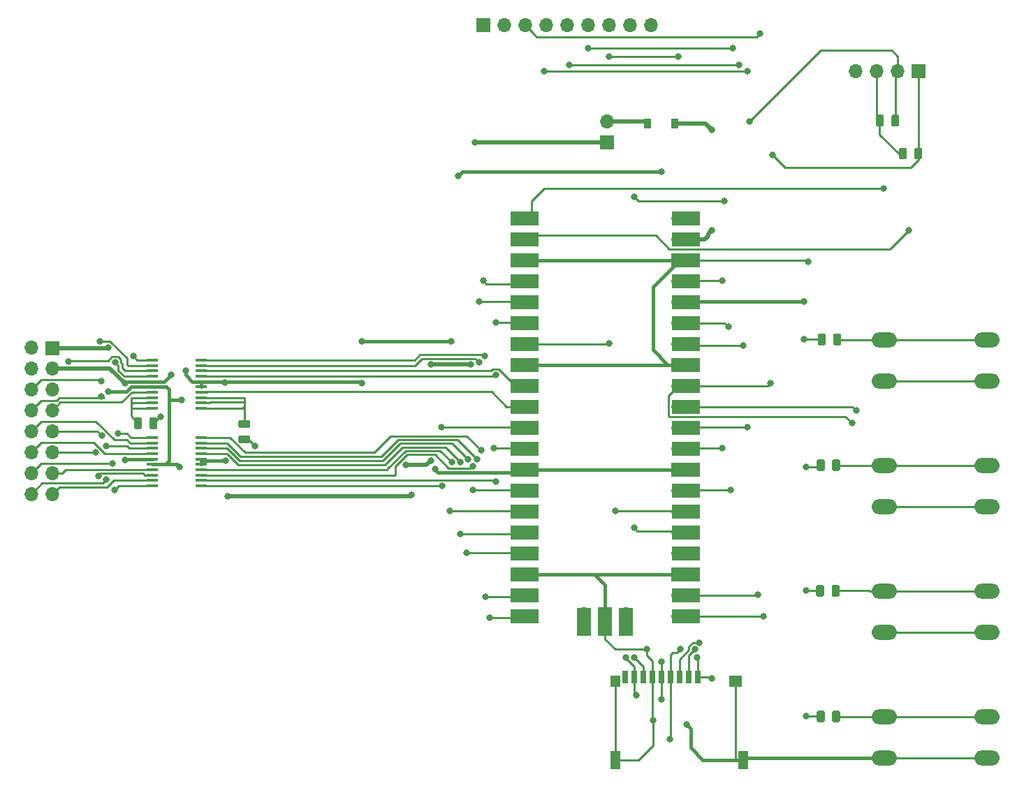
<source format=gbr>
G04 #@! TF.GenerationSoftware,KiCad,Pcbnew,5.1.5+dfsg1-2build2*
G04 #@! TF.CreationDate,2021-06-11T08:21:22+01:00*
G04 #@! TF.ProjectId,pak_breakout,70616b5f-6272-4656-916b-6f75742e6b69,rev?*
G04 #@! TF.SameCoordinates,Original*
G04 #@! TF.FileFunction,Copper,L1,Top*
G04 #@! TF.FilePolarity,Positive*
%FSLAX46Y46*%
G04 Gerber Fmt 4.6, Leading zero omitted, Abs format (unit mm)*
G04 Created by KiCad (PCBNEW 5.1.5+dfsg1-2build2) date 2021-06-11 08:21:22*
%MOMM*%
%LPD*%
G04 APERTURE LIST*
%ADD10O,1.700000X1.700000*%
%ADD11R,1.700000X1.700000*%
%ADD12R,1.450000X0.450000*%
%ADD13C,0.100000*%
%ADD14O,3.048000X1.850000*%
%ADD15R,0.900000X1.200000*%
%ADD16R,1.700000X3.500000*%
%ADD17R,3.500000X1.700000*%
%ADD18R,1.200000X2.200000*%
%ADD19R,1.600000X1.400000*%
%ADD20R,1.200000X1.400000*%
%ADD21R,0.700000X1.600000*%
%ADD22C,0.800000*%
%ADD23C,0.500000*%
%ADD24C,0.250000*%
%ADD25C,0.400000*%
G04 APERTURE END LIST*
D10*
X398526000Y-188468000D03*
X395986000Y-188468000D03*
X393446000Y-188468000D03*
X390906000Y-188468000D03*
X388366000Y-188468000D03*
X385826000Y-188468000D03*
X383286000Y-188468000D03*
X380746000Y-188468000D03*
D11*
X378206000Y-188468000D03*
D12*
X338150000Y-244325000D03*
X338150000Y-243675000D03*
X338150000Y-243025000D03*
X338150000Y-242375000D03*
X338150000Y-241725000D03*
X338150000Y-241075000D03*
X338150000Y-240425000D03*
X338150000Y-239775000D03*
X338150000Y-239125000D03*
X338150000Y-238475000D03*
X344050000Y-238475000D03*
X344050000Y-239125000D03*
X344050000Y-239775000D03*
X344050000Y-240425000D03*
X344050000Y-241075000D03*
X344050000Y-241725000D03*
X344050000Y-242375000D03*
X344050000Y-243025000D03*
X344050000Y-243675000D03*
X344050000Y-244325000D03*
X338150000Y-234925000D03*
X338150000Y-234275000D03*
X338150000Y-233625000D03*
X338150000Y-232975000D03*
X338150000Y-232325000D03*
X338150000Y-231675000D03*
X338150000Y-231025000D03*
X338150000Y-230375000D03*
X338150000Y-229725000D03*
X338150000Y-229075000D03*
X344050000Y-229075000D03*
X344050000Y-229725000D03*
X344050000Y-230375000D03*
X344050000Y-231025000D03*
X344050000Y-231675000D03*
X344050000Y-232325000D03*
X344050000Y-232975000D03*
X344050000Y-233625000D03*
X344050000Y-234275000D03*
X344050000Y-234925000D03*
G04 #@! TA.AperFunction,SMDPad,CuDef*
D13*
G36*
X349730142Y-238195174D02*
G01*
X349753803Y-238198684D01*
X349777007Y-238204496D01*
X349799529Y-238212554D01*
X349821153Y-238222782D01*
X349841670Y-238235079D01*
X349860883Y-238249329D01*
X349878607Y-238265393D01*
X349894671Y-238283117D01*
X349908921Y-238302330D01*
X349921218Y-238322847D01*
X349931446Y-238344471D01*
X349939504Y-238366993D01*
X349945316Y-238390197D01*
X349948826Y-238413858D01*
X349950000Y-238437750D01*
X349950000Y-238925250D01*
X349948826Y-238949142D01*
X349945316Y-238972803D01*
X349939504Y-238996007D01*
X349931446Y-239018529D01*
X349921218Y-239040153D01*
X349908921Y-239060670D01*
X349894671Y-239079883D01*
X349878607Y-239097607D01*
X349860883Y-239113671D01*
X349841670Y-239127921D01*
X349821153Y-239140218D01*
X349799529Y-239150446D01*
X349777007Y-239158504D01*
X349753803Y-239164316D01*
X349730142Y-239167826D01*
X349706250Y-239169000D01*
X348793750Y-239169000D01*
X348769858Y-239167826D01*
X348746197Y-239164316D01*
X348722993Y-239158504D01*
X348700471Y-239150446D01*
X348678847Y-239140218D01*
X348658330Y-239127921D01*
X348639117Y-239113671D01*
X348621393Y-239097607D01*
X348605329Y-239079883D01*
X348591079Y-239060670D01*
X348578782Y-239040153D01*
X348568554Y-239018529D01*
X348560496Y-238996007D01*
X348554684Y-238972803D01*
X348551174Y-238949142D01*
X348550000Y-238925250D01*
X348550000Y-238437750D01*
X348551174Y-238413858D01*
X348554684Y-238390197D01*
X348560496Y-238366993D01*
X348568554Y-238344471D01*
X348578782Y-238322847D01*
X348591079Y-238302330D01*
X348605329Y-238283117D01*
X348621393Y-238265393D01*
X348639117Y-238249329D01*
X348658330Y-238235079D01*
X348678847Y-238222782D01*
X348700471Y-238212554D01*
X348722993Y-238204496D01*
X348746197Y-238198684D01*
X348769858Y-238195174D01*
X348793750Y-238194000D01*
X349706250Y-238194000D01*
X349730142Y-238195174D01*
G37*
G04 #@! TD.AperFunction*
G04 #@! TA.AperFunction,SMDPad,CuDef*
G36*
X349730142Y-236320174D02*
G01*
X349753803Y-236323684D01*
X349777007Y-236329496D01*
X349799529Y-236337554D01*
X349821153Y-236347782D01*
X349841670Y-236360079D01*
X349860883Y-236374329D01*
X349878607Y-236390393D01*
X349894671Y-236408117D01*
X349908921Y-236427330D01*
X349921218Y-236447847D01*
X349931446Y-236469471D01*
X349939504Y-236491993D01*
X349945316Y-236515197D01*
X349948826Y-236538858D01*
X349950000Y-236562750D01*
X349950000Y-237050250D01*
X349948826Y-237074142D01*
X349945316Y-237097803D01*
X349939504Y-237121007D01*
X349931446Y-237143529D01*
X349921218Y-237165153D01*
X349908921Y-237185670D01*
X349894671Y-237204883D01*
X349878607Y-237222607D01*
X349860883Y-237238671D01*
X349841670Y-237252921D01*
X349821153Y-237265218D01*
X349799529Y-237275446D01*
X349777007Y-237283504D01*
X349753803Y-237289316D01*
X349730142Y-237292826D01*
X349706250Y-237294000D01*
X348793750Y-237294000D01*
X348769858Y-237292826D01*
X348746197Y-237289316D01*
X348722993Y-237283504D01*
X348700471Y-237275446D01*
X348678847Y-237265218D01*
X348658330Y-237252921D01*
X348639117Y-237238671D01*
X348621393Y-237222607D01*
X348605329Y-237204883D01*
X348591079Y-237185670D01*
X348578782Y-237165153D01*
X348568554Y-237143529D01*
X348560496Y-237121007D01*
X348554684Y-237097803D01*
X348551174Y-237074142D01*
X348550000Y-237050250D01*
X348550000Y-236562750D01*
X348551174Y-236538858D01*
X348554684Y-236515197D01*
X348560496Y-236491993D01*
X348568554Y-236469471D01*
X348578782Y-236447847D01*
X348591079Y-236427330D01*
X348605329Y-236408117D01*
X348621393Y-236390393D01*
X348639117Y-236374329D01*
X348658330Y-236360079D01*
X348678847Y-236347782D01*
X348700471Y-236337554D01*
X348722993Y-236329496D01*
X348746197Y-236323684D01*
X348769858Y-236320174D01*
X348793750Y-236319000D01*
X349706250Y-236319000D01*
X349730142Y-236320174D01*
G37*
G04 #@! TD.AperFunction*
G04 #@! TA.AperFunction,SMDPad,CuDef*
G36*
X338517142Y-236029174D02*
G01*
X338540803Y-236032684D01*
X338564007Y-236038496D01*
X338586529Y-236046554D01*
X338608153Y-236056782D01*
X338628670Y-236069079D01*
X338647883Y-236083329D01*
X338665607Y-236099393D01*
X338681671Y-236117117D01*
X338695921Y-236136330D01*
X338708218Y-236156847D01*
X338718446Y-236178471D01*
X338726504Y-236200993D01*
X338732316Y-236224197D01*
X338735826Y-236247858D01*
X338737000Y-236271750D01*
X338737000Y-237184250D01*
X338735826Y-237208142D01*
X338732316Y-237231803D01*
X338726504Y-237255007D01*
X338718446Y-237277529D01*
X338708218Y-237299153D01*
X338695921Y-237319670D01*
X338681671Y-237338883D01*
X338665607Y-237356607D01*
X338647883Y-237372671D01*
X338628670Y-237386921D01*
X338608153Y-237399218D01*
X338586529Y-237409446D01*
X338564007Y-237417504D01*
X338540803Y-237423316D01*
X338517142Y-237426826D01*
X338493250Y-237428000D01*
X338005750Y-237428000D01*
X337981858Y-237426826D01*
X337958197Y-237423316D01*
X337934993Y-237417504D01*
X337912471Y-237409446D01*
X337890847Y-237399218D01*
X337870330Y-237386921D01*
X337851117Y-237372671D01*
X337833393Y-237356607D01*
X337817329Y-237338883D01*
X337803079Y-237319670D01*
X337790782Y-237299153D01*
X337780554Y-237277529D01*
X337772496Y-237255007D01*
X337766684Y-237231803D01*
X337763174Y-237208142D01*
X337762000Y-237184250D01*
X337762000Y-236271750D01*
X337763174Y-236247858D01*
X337766684Y-236224197D01*
X337772496Y-236200993D01*
X337780554Y-236178471D01*
X337790782Y-236156847D01*
X337803079Y-236136330D01*
X337817329Y-236117117D01*
X337833393Y-236099393D01*
X337851117Y-236083329D01*
X337870330Y-236069079D01*
X337890847Y-236056782D01*
X337912471Y-236046554D01*
X337934993Y-236038496D01*
X337958197Y-236032684D01*
X337981858Y-236029174D01*
X338005750Y-236028000D01*
X338493250Y-236028000D01*
X338517142Y-236029174D01*
G37*
G04 #@! TD.AperFunction*
G04 #@! TA.AperFunction,SMDPad,CuDef*
G36*
X336642142Y-236029174D02*
G01*
X336665803Y-236032684D01*
X336689007Y-236038496D01*
X336711529Y-236046554D01*
X336733153Y-236056782D01*
X336753670Y-236069079D01*
X336772883Y-236083329D01*
X336790607Y-236099393D01*
X336806671Y-236117117D01*
X336820921Y-236136330D01*
X336833218Y-236156847D01*
X336843446Y-236178471D01*
X336851504Y-236200993D01*
X336857316Y-236224197D01*
X336860826Y-236247858D01*
X336862000Y-236271750D01*
X336862000Y-237184250D01*
X336860826Y-237208142D01*
X336857316Y-237231803D01*
X336851504Y-237255007D01*
X336843446Y-237277529D01*
X336833218Y-237299153D01*
X336820921Y-237319670D01*
X336806671Y-237338883D01*
X336790607Y-237356607D01*
X336772883Y-237372671D01*
X336753670Y-237386921D01*
X336733153Y-237399218D01*
X336711529Y-237409446D01*
X336689007Y-237417504D01*
X336665803Y-237423316D01*
X336642142Y-237426826D01*
X336618250Y-237428000D01*
X336130750Y-237428000D01*
X336106858Y-237426826D01*
X336083197Y-237423316D01*
X336059993Y-237417504D01*
X336037471Y-237409446D01*
X336015847Y-237399218D01*
X335995330Y-237386921D01*
X335976117Y-237372671D01*
X335958393Y-237356607D01*
X335942329Y-237338883D01*
X335928079Y-237319670D01*
X335915782Y-237299153D01*
X335905554Y-237277529D01*
X335897496Y-237255007D01*
X335891684Y-237231803D01*
X335888174Y-237208142D01*
X335887000Y-237184250D01*
X335887000Y-236271750D01*
X335888174Y-236247858D01*
X335891684Y-236224197D01*
X335897496Y-236200993D01*
X335905554Y-236178471D01*
X335915782Y-236156847D01*
X335928079Y-236136330D01*
X335942329Y-236117117D01*
X335958393Y-236099393D01*
X335976117Y-236083329D01*
X335995330Y-236069079D01*
X336015847Y-236056782D01*
X336037471Y-236046554D01*
X336059993Y-236038496D01*
X336083197Y-236032684D01*
X336106858Y-236029174D01*
X336130750Y-236028000D01*
X336618250Y-236028000D01*
X336642142Y-236029174D01*
G37*
G04 #@! TD.AperFunction*
D14*
X426800000Y-246870000D03*
X426800000Y-241870000D03*
X439300000Y-246870000D03*
X439300000Y-241870000D03*
D10*
X393192000Y-200152000D03*
D11*
X393192000Y-202692000D03*
D15*
X398146000Y-200406000D03*
X401446000Y-200406000D03*
D10*
X323460000Y-245300000D03*
X326000000Y-245300000D03*
X323460000Y-242760000D03*
X326000000Y-242760000D03*
X323460000Y-240220000D03*
X326000000Y-240220000D03*
X323460000Y-237680000D03*
X326000000Y-237680000D03*
X323460000Y-235140000D03*
X326000000Y-235140000D03*
X323460000Y-232600000D03*
X326000000Y-232600000D03*
X323460000Y-230060000D03*
X326000000Y-230060000D03*
X323460000Y-227520000D03*
D11*
X326000000Y-227600000D03*
D10*
X395540000Y-259900000D03*
D16*
X395540000Y-260800000D03*
D11*
X393000000Y-259900000D03*
D16*
X393000000Y-260800000D03*
D10*
X390460000Y-259900000D03*
D16*
X390460000Y-260800000D03*
D17*
X402790000Y-260130000D03*
X402790000Y-257590000D03*
X402790000Y-255050000D03*
X402790000Y-252510000D03*
X402790000Y-249970000D03*
X402790000Y-247430000D03*
X402790000Y-244890000D03*
X402790000Y-242350000D03*
X402790000Y-239810000D03*
X402790000Y-237270000D03*
X402790000Y-234730000D03*
X402790000Y-232190000D03*
X402790000Y-229650000D03*
X402790000Y-227110000D03*
X402790000Y-224570000D03*
X402790000Y-222030000D03*
X402790000Y-219490000D03*
X402790000Y-216950000D03*
X402790000Y-214410000D03*
X402790000Y-211870000D03*
X383210000Y-260130000D03*
X383210000Y-257590000D03*
X383210000Y-255050000D03*
X383210000Y-252510000D03*
X383210000Y-249970000D03*
X383210000Y-247430000D03*
X383210000Y-244890000D03*
X383210000Y-242350000D03*
X383210000Y-239810000D03*
X383210000Y-237270000D03*
X383210000Y-234730000D03*
X383210000Y-232190000D03*
X383210000Y-229650000D03*
X383210000Y-227110000D03*
X383210000Y-224570000D03*
X383210000Y-222030000D03*
X383210000Y-219490000D03*
X383210000Y-216950000D03*
X383210000Y-214410000D03*
X383210000Y-211870000D03*
D10*
X401890000Y-211870000D03*
X401890000Y-214410000D03*
D11*
X401890000Y-216950000D03*
D10*
X401890000Y-219490000D03*
X401890000Y-222030000D03*
X401890000Y-224570000D03*
X401890000Y-227110000D03*
D11*
X401890000Y-229650000D03*
D10*
X401890000Y-232190000D03*
X401890000Y-234730000D03*
X401890000Y-237270000D03*
X401890000Y-239810000D03*
D11*
X401890000Y-242350000D03*
D10*
X401890000Y-244890000D03*
X401890000Y-247430000D03*
X401890000Y-249970000D03*
X401890000Y-252510000D03*
D11*
X401890000Y-255050000D03*
D10*
X401890000Y-257590000D03*
X401890000Y-260130000D03*
X384110000Y-260130000D03*
X384110000Y-257590000D03*
D11*
X384110000Y-255050000D03*
D10*
X384110000Y-252510000D03*
X384110000Y-249970000D03*
X384110000Y-247430000D03*
X384110000Y-244890000D03*
D11*
X384110000Y-242350000D03*
D10*
X384110000Y-239810000D03*
X384110000Y-237270000D03*
X384110000Y-234730000D03*
X384110000Y-232190000D03*
D11*
X384110000Y-229650000D03*
D10*
X384110000Y-227110000D03*
X384110000Y-224570000D03*
X384110000Y-222030000D03*
X384110000Y-219490000D03*
D11*
X384110000Y-216950000D03*
D10*
X384110000Y-214410000D03*
X384110000Y-211870000D03*
D18*
X409750000Y-277600000D03*
X394250000Y-277600000D03*
D19*
X408850000Y-268000000D03*
D20*
X394250000Y-268000000D03*
D21*
X395400000Y-267500000D03*
X397600000Y-267500000D03*
X396500000Y-267500000D03*
X398700000Y-267500000D03*
X399800000Y-267500000D03*
X400900000Y-267500000D03*
X404200000Y-267500000D03*
X403100000Y-267500000D03*
X402000000Y-267500000D03*
D14*
X426800000Y-277350000D03*
X426800000Y-272350000D03*
X439300000Y-277350000D03*
X439300000Y-272350000D03*
X426800000Y-262110000D03*
X426800000Y-257110000D03*
X439300000Y-262110000D03*
X439300000Y-257110000D03*
X426800000Y-231630000D03*
X426800000Y-226630000D03*
X439300000Y-231630000D03*
X439300000Y-226630000D03*
G04 #@! TA.AperFunction,SMDPad,CuDef*
D13*
G36*
X428433142Y-199301174D02*
G01*
X428456803Y-199304684D01*
X428480007Y-199310496D01*
X428502529Y-199318554D01*
X428524153Y-199328782D01*
X428544670Y-199341079D01*
X428563883Y-199355329D01*
X428581607Y-199371393D01*
X428597671Y-199389117D01*
X428611921Y-199408330D01*
X428624218Y-199428847D01*
X428634446Y-199450471D01*
X428642504Y-199472993D01*
X428648316Y-199496197D01*
X428651826Y-199519858D01*
X428653000Y-199543750D01*
X428653000Y-200456250D01*
X428651826Y-200480142D01*
X428648316Y-200503803D01*
X428642504Y-200527007D01*
X428634446Y-200549529D01*
X428624218Y-200571153D01*
X428611921Y-200591670D01*
X428597671Y-200610883D01*
X428581607Y-200628607D01*
X428563883Y-200644671D01*
X428544670Y-200658921D01*
X428524153Y-200671218D01*
X428502529Y-200681446D01*
X428480007Y-200689504D01*
X428456803Y-200695316D01*
X428433142Y-200698826D01*
X428409250Y-200700000D01*
X427921750Y-200700000D01*
X427897858Y-200698826D01*
X427874197Y-200695316D01*
X427850993Y-200689504D01*
X427828471Y-200681446D01*
X427806847Y-200671218D01*
X427786330Y-200658921D01*
X427767117Y-200644671D01*
X427749393Y-200628607D01*
X427733329Y-200610883D01*
X427719079Y-200591670D01*
X427706782Y-200571153D01*
X427696554Y-200549529D01*
X427688496Y-200527007D01*
X427682684Y-200503803D01*
X427679174Y-200480142D01*
X427678000Y-200456250D01*
X427678000Y-199543750D01*
X427679174Y-199519858D01*
X427682684Y-199496197D01*
X427688496Y-199472993D01*
X427696554Y-199450471D01*
X427706782Y-199428847D01*
X427719079Y-199408330D01*
X427733329Y-199389117D01*
X427749393Y-199371393D01*
X427767117Y-199355329D01*
X427786330Y-199341079D01*
X427806847Y-199328782D01*
X427828471Y-199318554D01*
X427850993Y-199310496D01*
X427874197Y-199304684D01*
X427897858Y-199301174D01*
X427921750Y-199300000D01*
X428409250Y-199300000D01*
X428433142Y-199301174D01*
G37*
G04 #@! TD.AperFunction*
G04 #@! TA.AperFunction,SMDPad,CuDef*
G36*
X426558142Y-199301174D02*
G01*
X426581803Y-199304684D01*
X426605007Y-199310496D01*
X426627529Y-199318554D01*
X426649153Y-199328782D01*
X426669670Y-199341079D01*
X426688883Y-199355329D01*
X426706607Y-199371393D01*
X426722671Y-199389117D01*
X426736921Y-199408330D01*
X426749218Y-199428847D01*
X426759446Y-199450471D01*
X426767504Y-199472993D01*
X426773316Y-199496197D01*
X426776826Y-199519858D01*
X426778000Y-199543750D01*
X426778000Y-200456250D01*
X426776826Y-200480142D01*
X426773316Y-200503803D01*
X426767504Y-200527007D01*
X426759446Y-200549529D01*
X426749218Y-200571153D01*
X426736921Y-200591670D01*
X426722671Y-200610883D01*
X426706607Y-200628607D01*
X426688883Y-200644671D01*
X426669670Y-200658921D01*
X426649153Y-200671218D01*
X426627529Y-200681446D01*
X426605007Y-200689504D01*
X426581803Y-200695316D01*
X426558142Y-200698826D01*
X426534250Y-200700000D01*
X426046750Y-200700000D01*
X426022858Y-200698826D01*
X425999197Y-200695316D01*
X425975993Y-200689504D01*
X425953471Y-200681446D01*
X425931847Y-200671218D01*
X425911330Y-200658921D01*
X425892117Y-200644671D01*
X425874393Y-200628607D01*
X425858329Y-200610883D01*
X425844079Y-200591670D01*
X425831782Y-200571153D01*
X425821554Y-200549529D01*
X425813496Y-200527007D01*
X425807684Y-200503803D01*
X425804174Y-200480142D01*
X425803000Y-200456250D01*
X425803000Y-199543750D01*
X425804174Y-199519858D01*
X425807684Y-199496197D01*
X425813496Y-199472993D01*
X425821554Y-199450471D01*
X425831782Y-199428847D01*
X425844079Y-199408330D01*
X425858329Y-199389117D01*
X425874393Y-199371393D01*
X425892117Y-199355329D01*
X425911330Y-199341079D01*
X425931847Y-199328782D01*
X425953471Y-199318554D01*
X425975993Y-199310496D01*
X425999197Y-199304684D01*
X426022858Y-199301174D01*
X426046750Y-199300000D01*
X426534250Y-199300000D01*
X426558142Y-199301174D01*
G37*
G04 #@! TD.AperFunction*
G04 #@! TA.AperFunction,SMDPad,CuDef*
G36*
X431227142Y-203301174D02*
G01*
X431250803Y-203304684D01*
X431274007Y-203310496D01*
X431296529Y-203318554D01*
X431318153Y-203328782D01*
X431338670Y-203341079D01*
X431357883Y-203355329D01*
X431375607Y-203371393D01*
X431391671Y-203389117D01*
X431405921Y-203408330D01*
X431418218Y-203428847D01*
X431428446Y-203450471D01*
X431436504Y-203472993D01*
X431442316Y-203496197D01*
X431445826Y-203519858D01*
X431447000Y-203543750D01*
X431447000Y-204456250D01*
X431445826Y-204480142D01*
X431442316Y-204503803D01*
X431436504Y-204527007D01*
X431428446Y-204549529D01*
X431418218Y-204571153D01*
X431405921Y-204591670D01*
X431391671Y-204610883D01*
X431375607Y-204628607D01*
X431357883Y-204644671D01*
X431338670Y-204658921D01*
X431318153Y-204671218D01*
X431296529Y-204681446D01*
X431274007Y-204689504D01*
X431250803Y-204695316D01*
X431227142Y-204698826D01*
X431203250Y-204700000D01*
X430715750Y-204700000D01*
X430691858Y-204698826D01*
X430668197Y-204695316D01*
X430644993Y-204689504D01*
X430622471Y-204681446D01*
X430600847Y-204671218D01*
X430580330Y-204658921D01*
X430561117Y-204644671D01*
X430543393Y-204628607D01*
X430527329Y-204610883D01*
X430513079Y-204591670D01*
X430500782Y-204571153D01*
X430490554Y-204549529D01*
X430482496Y-204527007D01*
X430476684Y-204503803D01*
X430473174Y-204480142D01*
X430472000Y-204456250D01*
X430472000Y-203543750D01*
X430473174Y-203519858D01*
X430476684Y-203496197D01*
X430482496Y-203472993D01*
X430490554Y-203450471D01*
X430500782Y-203428847D01*
X430513079Y-203408330D01*
X430527329Y-203389117D01*
X430543393Y-203371393D01*
X430561117Y-203355329D01*
X430580330Y-203341079D01*
X430600847Y-203328782D01*
X430622471Y-203318554D01*
X430644993Y-203310496D01*
X430668197Y-203304684D01*
X430691858Y-203301174D01*
X430715750Y-203300000D01*
X431203250Y-203300000D01*
X431227142Y-203301174D01*
G37*
G04 #@! TD.AperFunction*
G04 #@! TA.AperFunction,SMDPad,CuDef*
G36*
X429352142Y-203301174D02*
G01*
X429375803Y-203304684D01*
X429399007Y-203310496D01*
X429421529Y-203318554D01*
X429443153Y-203328782D01*
X429463670Y-203341079D01*
X429482883Y-203355329D01*
X429500607Y-203371393D01*
X429516671Y-203389117D01*
X429530921Y-203408330D01*
X429543218Y-203428847D01*
X429553446Y-203450471D01*
X429561504Y-203472993D01*
X429567316Y-203496197D01*
X429570826Y-203519858D01*
X429572000Y-203543750D01*
X429572000Y-204456250D01*
X429570826Y-204480142D01*
X429567316Y-204503803D01*
X429561504Y-204527007D01*
X429553446Y-204549529D01*
X429543218Y-204571153D01*
X429530921Y-204591670D01*
X429516671Y-204610883D01*
X429500607Y-204628607D01*
X429482883Y-204644671D01*
X429463670Y-204658921D01*
X429443153Y-204671218D01*
X429421529Y-204681446D01*
X429399007Y-204689504D01*
X429375803Y-204695316D01*
X429352142Y-204698826D01*
X429328250Y-204700000D01*
X428840750Y-204700000D01*
X428816858Y-204698826D01*
X428793197Y-204695316D01*
X428769993Y-204689504D01*
X428747471Y-204681446D01*
X428725847Y-204671218D01*
X428705330Y-204658921D01*
X428686117Y-204644671D01*
X428668393Y-204628607D01*
X428652329Y-204610883D01*
X428638079Y-204591670D01*
X428625782Y-204571153D01*
X428615554Y-204549529D01*
X428607496Y-204527007D01*
X428601684Y-204503803D01*
X428598174Y-204480142D01*
X428597000Y-204456250D01*
X428597000Y-203543750D01*
X428598174Y-203519858D01*
X428601684Y-203496197D01*
X428607496Y-203472993D01*
X428615554Y-203450471D01*
X428625782Y-203428847D01*
X428638079Y-203408330D01*
X428652329Y-203389117D01*
X428668393Y-203371393D01*
X428686117Y-203355329D01*
X428705330Y-203341079D01*
X428725847Y-203328782D01*
X428747471Y-203318554D01*
X428769993Y-203310496D01*
X428793197Y-203304684D01*
X428816858Y-203301174D01*
X428840750Y-203300000D01*
X429328250Y-203300000D01*
X429352142Y-203301174D01*
G37*
G04 #@! TD.AperFunction*
G04 #@! TA.AperFunction,SMDPad,CuDef*
G36*
X421267642Y-271589174D02*
G01*
X421291303Y-271592684D01*
X421314507Y-271598496D01*
X421337029Y-271606554D01*
X421358653Y-271616782D01*
X421379170Y-271629079D01*
X421398383Y-271643329D01*
X421416107Y-271659393D01*
X421432171Y-271677117D01*
X421446421Y-271696330D01*
X421458718Y-271716847D01*
X421468946Y-271738471D01*
X421477004Y-271760993D01*
X421482816Y-271784197D01*
X421486326Y-271807858D01*
X421487500Y-271831750D01*
X421487500Y-272744250D01*
X421486326Y-272768142D01*
X421482816Y-272791803D01*
X421477004Y-272815007D01*
X421468946Y-272837529D01*
X421458718Y-272859153D01*
X421446421Y-272879670D01*
X421432171Y-272898883D01*
X421416107Y-272916607D01*
X421398383Y-272932671D01*
X421379170Y-272946921D01*
X421358653Y-272959218D01*
X421337029Y-272969446D01*
X421314507Y-272977504D01*
X421291303Y-272983316D01*
X421267642Y-272986826D01*
X421243750Y-272988000D01*
X420756250Y-272988000D01*
X420732358Y-272986826D01*
X420708697Y-272983316D01*
X420685493Y-272977504D01*
X420662971Y-272969446D01*
X420641347Y-272959218D01*
X420620830Y-272946921D01*
X420601617Y-272932671D01*
X420583893Y-272916607D01*
X420567829Y-272898883D01*
X420553579Y-272879670D01*
X420541282Y-272859153D01*
X420531054Y-272837529D01*
X420522996Y-272815007D01*
X420517184Y-272791803D01*
X420513674Y-272768142D01*
X420512500Y-272744250D01*
X420512500Y-271831750D01*
X420513674Y-271807858D01*
X420517184Y-271784197D01*
X420522996Y-271760993D01*
X420531054Y-271738471D01*
X420541282Y-271716847D01*
X420553579Y-271696330D01*
X420567829Y-271677117D01*
X420583893Y-271659393D01*
X420601617Y-271643329D01*
X420620830Y-271629079D01*
X420641347Y-271616782D01*
X420662971Y-271606554D01*
X420685493Y-271598496D01*
X420708697Y-271592684D01*
X420732358Y-271589174D01*
X420756250Y-271588000D01*
X421243750Y-271588000D01*
X421267642Y-271589174D01*
G37*
G04 #@! TD.AperFunction*
G04 #@! TA.AperFunction,SMDPad,CuDef*
G36*
X419392642Y-271589174D02*
G01*
X419416303Y-271592684D01*
X419439507Y-271598496D01*
X419462029Y-271606554D01*
X419483653Y-271616782D01*
X419504170Y-271629079D01*
X419523383Y-271643329D01*
X419541107Y-271659393D01*
X419557171Y-271677117D01*
X419571421Y-271696330D01*
X419583718Y-271716847D01*
X419593946Y-271738471D01*
X419602004Y-271760993D01*
X419607816Y-271784197D01*
X419611326Y-271807858D01*
X419612500Y-271831750D01*
X419612500Y-272744250D01*
X419611326Y-272768142D01*
X419607816Y-272791803D01*
X419602004Y-272815007D01*
X419593946Y-272837529D01*
X419583718Y-272859153D01*
X419571421Y-272879670D01*
X419557171Y-272898883D01*
X419541107Y-272916607D01*
X419523383Y-272932671D01*
X419504170Y-272946921D01*
X419483653Y-272959218D01*
X419462029Y-272969446D01*
X419439507Y-272977504D01*
X419416303Y-272983316D01*
X419392642Y-272986826D01*
X419368750Y-272988000D01*
X418881250Y-272988000D01*
X418857358Y-272986826D01*
X418833697Y-272983316D01*
X418810493Y-272977504D01*
X418787971Y-272969446D01*
X418766347Y-272959218D01*
X418745830Y-272946921D01*
X418726617Y-272932671D01*
X418708893Y-272916607D01*
X418692829Y-272898883D01*
X418678579Y-272879670D01*
X418666282Y-272859153D01*
X418656054Y-272837529D01*
X418647996Y-272815007D01*
X418642184Y-272791803D01*
X418638674Y-272768142D01*
X418637500Y-272744250D01*
X418637500Y-271831750D01*
X418638674Y-271807858D01*
X418642184Y-271784197D01*
X418647996Y-271760993D01*
X418656054Y-271738471D01*
X418666282Y-271716847D01*
X418678579Y-271696330D01*
X418692829Y-271677117D01*
X418708893Y-271659393D01*
X418726617Y-271643329D01*
X418745830Y-271629079D01*
X418766347Y-271616782D01*
X418787971Y-271606554D01*
X418810493Y-271598496D01*
X418833697Y-271592684D01*
X418857358Y-271589174D01*
X418881250Y-271588000D01*
X419368750Y-271588000D01*
X419392642Y-271589174D01*
G37*
G04 #@! TD.AperFunction*
G04 #@! TA.AperFunction,SMDPad,CuDef*
G36*
X421205142Y-256349174D02*
G01*
X421228803Y-256352684D01*
X421252007Y-256358496D01*
X421274529Y-256366554D01*
X421296153Y-256376782D01*
X421316670Y-256389079D01*
X421335883Y-256403329D01*
X421353607Y-256419393D01*
X421369671Y-256437117D01*
X421383921Y-256456330D01*
X421396218Y-256476847D01*
X421406446Y-256498471D01*
X421414504Y-256520993D01*
X421420316Y-256544197D01*
X421423826Y-256567858D01*
X421425000Y-256591750D01*
X421425000Y-257504250D01*
X421423826Y-257528142D01*
X421420316Y-257551803D01*
X421414504Y-257575007D01*
X421406446Y-257597529D01*
X421396218Y-257619153D01*
X421383921Y-257639670D01*
X421369671Y-257658883D01*
X421353607Y-257676607D01*
X421335883Y-257692671D01*
X421316670Y-257706921D01*
X421296153Y-257719218D01*
X421274529Y-257729446D01*
X421252007Y-257737504D01*
X421228803Y-257743316D01*
X421205142Y-257746826D01*
X421181250Y-257748000D01*
X420693750Y-257748000D01*
X420669858Y-257746826D01*
X420646197Y-257743316D01*
X420622993Y-257737504D01*
X420600471Y-257729446D01*
X420578847Y-257719218D01*
X420558330Y-257706921D01*
X420539117Y-257692671D01*
X420521393Y-257676607D01*
X420505329Y-257658883D01*
X420491079Y-257639670D01*
X420478782Y-257619153D01*
X420468554Y-257597529D01*
X420460496Y-257575007D01*
X420454684Y-257551803D01*
X420451174Y-257528142D01*
X420450000Y-257504250D01*
X420450000Y-256591750D01*
X420451174Y-256567858D01*
X420454684Y-256544197D01*
X420460496Y-256520993D01*
X420468554Y-256498471D01*
X420478782Y-256476847D01*
X420491079Y-256456330D01*
X420505329Y-256437117D01*
X420521393Y-256419393D01*
X420539117Y-256403329D01*
X420558330Y-256389079D01*
X420578847Y-256376782D01*
X420600471Y-256366554D01*
X420622993Y-256358496D01*
X420646197Y-256352684D01*
X420669858Y-256349174D01*
X420693750Y-256348000D01*
X421181250Y-256348000D01*
X421205142Y-256349174D01*
G37*
G04 #@! TD.AperFunction*
G04 #@! TA.AperFunction,SMDPad,CuDef*
G36*
X419330142Y-256349174D02*
G01*
X419353803Y-256352684D01*
X419377007Y-256358496D01*
X419399529Y-256366554D01*
X419421153Y-256376782D01*
X419441670Y-256389079D01*
X419460883Y-256403329D01*
X419478607Y-256419393D01*
X419494671Y-256437117D01*
X419508921Y-256456330D01*
X419521218Y-256476847D01*
X419531446Y-256498471D01*
X419539504Y-256520993D01*
X419545316Y-256544197D01*
X419548826Y-256567858D01*
X419550000Y-256591750D01*
X419550000Y-257504250D01*
X419548826Y-257528142D01*
X419545316Y-257551803D01*
X419539504Y-257575007D01*
X419531446Y-257597529D01*
X419521218Y-257619153D01*
X419508921Y-257639670D01*
X419494671Y-257658883D01*
X419478607Y-257676607D01*
X419460883Y-257692671D01*
X419441670Y-257706921D01*
X419421153Y-257719218D01*
X419399529Y-257729446D01*
X419377007Y-257737504D01*
X419353803Y-257743316D01*
X419330142Y-257746826D01*
X419306250Y-257748000D01*
X418818750Y-257748000D01*
X418794858Y-257746826D01*
X418771197Y-257743316D01*
X418747993Y-257737504D01*
X418725471Y-257729446D01*
X418703847Y-257719218D01*
X418683330Y-257706921D01*
X418664117Y-257692671D01*
X418646393Y-257676607D01*
X418630329Y-257658883D01*
X418616079Y-257639670D01*
X418603782Y-257619153D01*
X418593554Y-257597529D01*
X418585496Y-257575007D01*
X418579684Y-257551803D01*
X418576174Y-257528142D01*
X418575000Y-257504250D01*
X418575000Y-256591750D01*
X418576174Y-256567858D01*
X418579684Y-256544197D01*
X418585496Y-256520993D01*
X418593554Y-256498471D01*
X418603782Y-256476847D01*
X418616079Y-256456330D01*
X418630329Y-256437117D01*
X418646393Y-256419393D01*
X418664117Y-256403329D01*
X418683330Y-256389079D01*
X418703847Y-256376782D01*
X418725471Y-256366554D01*
X418747993Y-256358496D01*
X418771197Y-256352684D01*
X418794858Y-256349174D01*
X418818750Y-256348000D01*
X419306250Y-256348000D01*
X419330142Y-256349174D01*
G37*
G04 #@! TD.AperFunction*
G04 #@! TA.AperFunction,SMDPad,CuDef*
G36*
X421267642Y-241109174D02*
G01*
X421291303Y-241112684D01*
X421314507Y-241118496D01*
X421337029Y-241126554D01*
X421358653Y-241136782D01*
X421379170Y-241149079D01*
X421398383Y-241163329D01*
X421416107Y-241179393D01*
X421432171Y-241197117D01*
X421446421Y-241216330D01*
X421458718Y-241236847D01*
X421468946Y-241258471D01*
X421477004Y-241280993D01*
X421482816Y-241304197D01*
X421486326Y-241327858D01*
X421487500Y-241351750D01*
X421487500Y-242264250D01*
X421486326Y-242288142D01*
X421482816Y-242311803D01*
X421477004Y-242335007D01*
X421468946Y-242357529D01*
X421458718Y-242379153D01*
X421446421Y-242399670D01*
X421432171Y-242418883D01*
X421416107Y-242436607D01*
X421398383Y-242452671D01*
X421379170Y-242466921D01*
X421358653Y-242479218D01*
X421337029Y-242489446D01*
X421314507Y-242497504D01*
X421291303Y-242503316D01*
X421267642Y-242506826D01*
X421243750Y-242508000D01*
X420756250Y-242508000D01*
X420732358Y-242506826D01*
X420708697Y-242503316D01*
X420685493Y-242497504D01*
X420662971Y-242489446D01*
X420641347Y-242479218D01*
X420620830Y-242466921D01*
X420601617Y-242452671D01*
X420583893Y-242436607D01*
X420567829Y-242418883D01*
X420553579Y-242399670D01*
X420541282Y-242379153D01*
X420531054Y-242357529D01*
X420522996Y-242335007D01*
X420517184Y-242311803D01*
X420513674Y-242288142D01*
X420512500Y-242264250D01*
X420512500Y-241351750D01*
X420513674Y-241327858D01*
X420517184Y-241304197D01*
X420522996Y-241280993D01*
X420531054Y-241258471D01*
X420541282Y-241236847D01*
X420553579Y-241216330D01*
X420567829Y-241197117D01*
X420583893Y-241179393D01*
X420601617Y-241163329D01*
X420620830Y-241149079D01*
X420641347Y-241136782D01*
X420662971Y-241126554D01*
X420685493Y-241118496D01*
X420708697Y-241112684D01*
X420732358Y-241109174D01*
X420756250Y-241108000D01*
X421243750Y-241108000D01*
X421267642Y-241109174D01*
G37*
G04 #@! TD.AperFunction*
G04 #@! TA.AperFunction,SMDPad,CuDef*
G36*
X419392642Y-241109174D02*
G01*
X419416303Y-241112684D01*
X419439507Y-241118496D01*
X419462029Y-241126554D01*
X419483653Y-241136782D01*
X419504170Y-241149079D01*
X419523383Y-241163329D01*
X419541107Y-241179393D01*
X419557171Y-241197117D01*
X419571421Y-241216330D01*
X419583718Y-241236847D01*
X419593946Y-241258471D01*
X419602004Y-241280993D01*
X419607816Y-241304197D01*
X419611326Y-241327858D01*
X419612500Y-241351750D01*
X419612500Y-242264250D01*
X419611326Y-242288142D01*
X419607816Y-242311803D01*
X419602004Y-242335007D01*
X419593946Y-242357529D01*
X419583718Y-242379153D01*
X419571421Y-242399670D01*
X419557171Y-242418883D01*
X419541107Y-242436607D01*
X419523383Y-242452671D01*
X419504170Y-242466921D01*
X419483653Y-242479218D01*
X419462029Y-242489446D01*
X419439507Y-242497504D01*
X419416303Y-242503316D01*
X419392642Y-242506826D01*
X419368750Y-242508000D01*
X418881250Y-242508000D01*
X418857358Y-242506826D01*
X418833697Y-242503316D01*
X418810493Y-242497504D01*
X418787971Y-242489446D01*
X418766347Y-242479218D01*
X418745830Y-242466921D01*
X418726617Y-242452671D01*
X418708893Y-242436607D01*
X418692829Y-242418883D01*
X418678579Y-242399670D01*
X418666282Y-242379153D01*
X418656054Y-242357529D01*
X418647996Y-242335007D01*
X418642184Y-242311803D01*
X418638674Y-242288142D01*
X418637500Y-242264250D01*
X418637500Y-241351750D01*
X418638674Y-241327858D01*
X418642184Y-241304197D01*
X418647996Y-241280993D01*
X418656054Y-241258471D01*
X418666282Y-241236847D01*
X418678579Y-241216330D01*
X418692829Y-241197117D01*
X418708893Y-241179393D01*
X418726617Y-241163329D01*
X418745830Y-241149079D01*
X418766347Y-241136782D01*
X418787971Y-241126554D01*
X418810493Y-241118496D01*
X418833697Y-241112684D01*
X418857358Y-241109174D01*
X418881250Y-241108000D01*
X419368750Y-241108000D01*
X419392642Y-241109174D01*
G37*
G04 #@! TD.AperFunction*
G04 #@! TA.AperFunction,SMDPad,CuDef*
G36*
X421399642Y-225869174D02*
G01*
X421423303Y-225872684D01*
X421446507Y-225878496D01*
X421469029Y-225886554D01*
X421490653Y-225896782D01*
X421511170Y-225909079D01*
X421530383Y-225923329D01*
X421548107Y-225939393D01*
X421564171Y-225957117D01*
X421578421Y-225976330D01*
X421590718Y-225996847D01*
X421600946Y-226018471D01*
X421609004Y-226040993D01*
X421614816Y-226064197D01*
X421618326Y-226087858D01*
X421619500Y-226111750D01*
X421619500Y-227024250D01*
X421618326Y-227048142D01*
X421614816Y-227071803D01*
X421609004Y-227095007D01*
X421600946Y-227117529D01*
X421590718Y-227139153D01*
X421578421Y-227159670D01*
X421564171Y-227178883D01*
X421548107Y-227196607D01*
X421530383Y-227212671D01*
X421511170Y-227226921D01*
X421490653Y-227239218D01*
X421469029Y-227249446D01*
X421446507Y-227257504D01*
X421423303Y-227263316D01*
X421399642Y-227266826D01*
X421375750Y-227268000D01*
X420888250Y-227268000D01*
X420864358Y-227266826D01*
X420840697Y-227263316D01*
X420817493Y-227257504D01*
X420794971Y-227249446D01*
X420773347Y-227239218D01*
X420752830Y-227226921D01*
X420733617Y-227212671D01*
X420715893Y-227196607D01*
X420699829Y-227178883D01*
X420685579Y-227159670D01*
X420673282Y-227139153D01*
X420663054Y-227117529D01*
X420654996Y-227095007D01*
X420649184Y-227071803D01*
X420645674Y-227048142D01*
X420644500Y-227024250D01*
X420644500Y-226111750D01*
X420645674Y-226087858D01*
X420649184Y-226064197D01*
X420654996Y-226040993D01*
X420663054Y-226018471D01*
X420673282Y-225996847D01*
X420685579Y-225976330D01*
X420699829Y-225957117D01*
X420715893Y-225939393D01*
X420733617Y-225923329D01*
X420752830Y-225909079D01*
X420773347Y-225896782D01*
X420794971Y-225886554D01*
X420817493Y-225878496D01*
X420840697Y-225872684D01*
X420864358Y-225869174D01*
X420888250Y-225868000D01*
X421375750Y-225868000D01*
X421399642Y-225869174D01*
G37*
G04 #@! TD.AperFunction*
G04 #@! TA.AperFunction,SMDPad,CuDef*
G36*
X419524642Y-225869174D02*
G01*
X419548303Y-225872684D01*
X419571507Y-225878496D01*
X419594029Y-225886554D01*
X419615653Y-225896782D01*
X419636170Y-225909079D01*
X419655383Y-225923329D01*
X419673107Y-225939393D01*
X419689171Y-225957117D01*
X419703421Y-225976330D01*
X419715718Y-225996847D01*
X419725946Y-226018471D01*
X419734004Y-226040993D01*
X419739816Y-226064197D01*
X419743326Y-226087858D01*
X419744500Y-226111750D01*
X419744500Y-227024250D01*
X419743326Y-227048142D01*
X419739816Y-227071803D01*
X419734004Y-227095007D01*
X419725946Y-227117529D01*
X419715718Y-227139153D01*
X419703421Y-227159670D01*
X419689171Y-227178883D01*
X419673107Y-227196607D01*
X419655383Y-227212671D01*
X419636170Y-227226921D01*
X419615653Y-227239218D01*
X419594029Y-227249446D01*
X419571507Y-227257504D01*
X419548303Y-227263316D01*
X419524642Y-227266826D01*
X419500750Y-227268000D01*
X419013250Y-227268000D01*
X418989358Y-227266826D01*
X418965697Y-227263316D01*
X418942493Y-227257504D01*
X418919971Y-227249446D01*
X418898347Y-227239218D01*
X418877830Y-227226921D01*
X418858617Y-227212671D01*
X418840893Y-227196607D01*
X418824829Y-227178883D01*
X418810579Y-227159670D01*
X418798282Y-227139153D01*
X418788054Y-227117529D01*
X418779996Y-227095007D01*
X418774184Y-227071803D01*
X418770674Y-227048142D01*
X418769500Y-227024250D01*
X418769500Y-226111750D01*
X418770674Y-226087858D01*
X418774184Y-226064197D01*
X418779996Y-226040993D01*
X418788054Y-226018471D01*
X418798282Y-225996847D01*
X418810579Y-225976330D01*
X418824829Y-225957117D01*
X418840893Y-225939393D01*
X418858617Y-225923329D01*
X418877830Y-225909079D01*
X418898347Y-225896782D01*
X418919971Y-225886554D01*
X418942493Y-225878496D01*
X418965697Y-225872684D01*
X418989358Y-225869174D01*
X419013250Y-225868000D01*
X419500750Y-225868000D01*
X419524642Y-225869174D01*
G37*
G04 #@! TD.AperFunction*
D10*
X423380000Y-194000000D03*
X425920000Y-194000000D03*
X428460000Y-194000000D03*
D11*
X431000000Y-194000000D03*
D22*
X347218000Y-245618000D03*
X398780000Y-272796000D03*
X398018000Y-264160000D03*
X417576000Y-217170000D03*
X334772000Y-241150000D03*
X372364000Y-242316000D03*
X402844000Y-273304000D03*
X334772000Y-231902000D03*
X340360000Y-230886000D03*
X341630000Y-233934000D03*
X341376000Y-242062000D03*
X377190000Y-202692000D03*
X376682000Y-229616000D03*
X371856000Y-229616000D03*
X371856000Y-241263000D03*
X368808000Y-241808000D03*
X369523299Y-245434051D03*
X332740000Y-227584000D03*
X332740000Y-232918000D03*
X335788000Y-228600000D03*
X350520000Y-239522000D03*
X339090000Y-235966000D03*
X331890000Y-231648000D03*
X331754634Y-226750000D03*
X327914000Y-229210000D03*
X331901563Y-233463000D03*
X333590000Y-229362000D03*
X331973347Y-238256653D03*
X333972000Y-237998000D03*
X331211347Y-240288653D03*
X332490653Y-239517347D03*
X333248000Y-241650000D03*
X331604816Y-243100000D03*
X332481347Y-243581347D03*
X333502000Y-244856000D03*
X417068000Y-226568000D03*
X417322000Y-242062000D03*
X417322000Y-257048000D03*
X417322000Y-272288000D03*
X400812000Y-275082000D03*
X402082000Y-264160000D03*
X417068000Y-221996000D03*
X363474000Y-231902000D03*
X363474000Y-226822000D03*
X374357999Y-226783999D03*
X375158000Y-206756000D03*
X399796000Y-206248000D03*
X346964000Y-241300000D03*
X346937000Y-231750000D03*
X342138000Y-230378000D03*
X396494000Y-265176000D03*
X396489347Y-249432653D03*
X396748000Y-269748000D03*
X395493997Y-265176000D03*
X394208000Y-247396000D03*
X399796000Y-270256000D03*
X393446000Y-227076000D03*
X399796000Y-265684000D03*
X405892000Y-267716000D03*
X404114000Y-265176000D03*
X408178000Y-244856000D03*
X403860000Y-264160000D03*
X407162000Y-239776000D03*
X404414701Y-263327949D03*
X426720000Y-208280000D03*
X429768000Y-213360000D03*
X423418000Y-235204000D03*
X422910000Y-236728000D03*
X413004000Y-231902000D03*
X411734000Y-189484000D03*
X411480000Y-257556000D03*
X410464000Y-200152000D03*
X412208000Y-260130000D03*
X413258000Y-204216000D03*
X377952000Y-240030000D03*
X378968000Y-260350000D03*
X377485140Y-241080267D03*
X378460000Y-257810000D03*
X376345964Y-241108620D03*
X376174000Y-252476000D03*
X375412000Y-241465989D03*
X375412000Y-250190000D03*
X374400653Y-241465989D03*
X374142000Y-247396000D03*
X376936000Y-241915999D03*
X376936000Y-244856000D03*
X379730000Y-243840000D03*
X379476000Y-239776000D03*
X373214000Y-244348000D03*
X373126000Y-237236000D03*
X378423000Y-228529949D03*
X378206000Y-219456000D03*
X377698000Y-229362000D03*
X377698000Y-221996000D03*
X379730000Y-230886000D03*
X379730000Y-224536000D03*
X405892000Y-201168000D03*
X405892000Y-213360000D03*
X396494000Y-209296000D03*
X407416000Y-209804000D03*
X407162000Y-219456000D03*
X401828000Y-192278000D03*
X393446000Y-192278000D03*
X390906000Y-191262000D03*
X408432000Y-191262000D03*
X407924000Y-225044000D03*
X388620000Y-193294000D03*
X409194000Y-193294000D03*
X409702000Y-227330000D03*
X385572000Y-194056000D03*
X410210000Y-194056000D03*
X410210000Y-237236000D03*
D23*
X347218000Y-245618000D02*
X368046000Y-245618000D01*
X377190000Y-202692000D02*
X393192000Y-202692000D01*
D24*
X428574000Y-246870000D02*
X439300000Y-246870000D01*
X426800000Y-246870000D02*
X428574000Y-246870000D01*
X439300000Y-262110000D02*
X426800000Y-262110000D01*
X426800000Y-277350000D02*
X439300000Y-277350000D01*
X398700000Y-272716000D02*
X398780000Y-272796000D01*
X398700000Y-267500000D02*
X398700000Y-272716000D01*
X394250000Y-277600000D02*
X397024000Y-277600000D01*
X398780000Y-275844000D02*
X398780000Y-272796000D01*
X397024000Y-277600000D02*
X398780000Y-275844000D01*
X408900000Y-277600000D02*
X409750000Y-277600000D01*
X408850000Y-277550000D02*
X408900000Y-277600000D01*
X408850000Y-268000000D02*
X408850000Y-277550000D01*
X394250000Y-268950000D02*
X394250000Y-277600000D01*
X394250000Y-268000000D02*
X394250000Y-268950000D01*
X393000000Y-259900000D02*
X393000000Y-262952000D01*
X394208000Y-264160000D02*
X398018000Y-264160000D01*
X393000000Y-262952000D02*
X394208000Y-264160000D01*
X398018000Y-264160000D02*
X398018000Y-264922000D01*
X398700000Y-265604000D02*
X398700000Y-267500000D01*
X398018000Y-264922000D02*
X398700000Y-265604000D01*
X417356000Y-216950000D02*
X417576000Y-217170000D01*
X401890000Y-216950000D02*
X417356000Y-216950000D01*
D25*
X334847000Y-241075000D02*
X334772000Y-241150000D01*
X338150000Y-241075000D02*
X334847000Y-241075000D01*
X383744001Y-242715999D02*
X384110000Y-242350000D01*
X372763999Y-242715999D02*
X383744001Y-242715999D01*
X372364000Y-242316000D02*
X372763999Y-242715999D01*
X384110000Y-242350000D02*
X401890000Y-242350000D01*
X384110000Y-255050000D02*
X401890000Y-255050000D01*
X384110000Y-255050000D02*
X391702000Y-255050000D01*
X393000000Y-256348000D02*
X393000000Y-259900000D01*
X391702000Y-255050000D02*
X393000000Y-256348000D01*
X384110000Y-229650000D02*
X401890000Y-229650000D01*
X401890000Y-216950000D02*
X401890000Y-217108000D01*
X401890000Y-217108000D02*
X398780000Y-220218000D01*
X398780000Y-220218000D02*
X398780000Y-227838000D01*
X400592000Y-229650000D02*
X401890000Y-229650000D01*
X398780000Y-227838000D02*
X400592000Y-229650000D01*
X384110000Y-216950000D02*
X401890000Y-216950000D01*
X402844000Y-273304000D02*
X403352000Y-273812000D01*
X403352000Y-273812000D02*
X403352000Y-276098000D01*
X404854000Y-277600000D02*
X409750000Y-277600000D01*
X403352000Y-276098000D02*
X404854000Y-277600000D01*
X410000000Y-277350000D02*
X409750000Y-277600000D01*
X426800000Y-277350000D02*
X410000000Y-277350000D01*
X334999000Y-231675000D02*
X334772000Y-231902000D01*
X338150000Y-231675000D02*
X334999000Y-231675000D01*
X339571000Y-231675000D02*
X340360000Y-230886000D01*
X338150000Y-231675000D02*
X339571000Y-231675000D01*
D24*
X426800000Y-231630000D02*
X439300000Y-231630000D01*
D25*
X339515000Y-241725000D02*
X339681000Y-241725000D01*
X339769000Y-241725000D02*
X339515000Y-241725000D01*
X339515000Y-241725000D02*
X338150000Y-241725000D01*
X339681000Y-241725000D02*
X340106000Y-241300000D01*
X339767000Y-232325000D02*
X338150000Y-232325000D01*
X340106000Y-232664000D02*
X339767000Y-232325000D01*
X340106000Y-241300000D02*
X340106000Y-236982000D01*
X340106000Y-233934000D02*
X341630000Y-233934000D01*
X340106000Y-236982000D02*
X340106000Y-233934000D01*
X340106000Y-233934000D02*
X340106000Y-232664000D01*
X341039000Y-241725000D02*
X341376000Y-242062000D01*
X338150000Y-241725000D02*
X341039000Y-241725000D01*
D23*
X368808000Y-241808000D02*
X371311000Y-241808000D01*
X371856000Y-229616000D02*
X376682000Y-229616000D01*
X371311000Y-241808000D02*
X371856000Y-241263000D01*
X369339350Y-245618000D02*
X369523299Y-245434051D01*
X368046000Y-245618000D02*
X369339350Y-245618000D01*
X332724000Y-227600000D02*
X332740000Y-227584000D01*
X326000000Y-227600000D02*
X332724000Y-227600000D01*
D25*
X332740000Y-232918000D02*
X334940002Y-232918000D01*
X335533002Y-232325000D02*
X338150000Y-232325000D01*
X334940002Y-232918000D02*
X335533002Y-232325000D01*
D24*
X336263000Y-229075000D02*
X335788000Y-228600000D01*
X338150000Y-229075000D02*
X336263000Y-229075000D01*
X349679500Y-238681500D02*
X350520000Y-239522000D01*
X349250000Y-238681500D02*
X349679500Y-238681500D01*
X339011500Y-235966000D02*
X338249500Y-236728000D01*
X339090000Y-235966000D02*
X339011500Y-235966000D01*
D23*
X332930000Y-230060000D02*
X334772000Y-231902000D01*
X326000000Y-230060000D02*
X332930000Y-230060000D01*
D24*
X331666999Y-231424999D02*
X331890000Y-231648000D01*
X324635001Y-231424999D02*
X331666999Y-231424999D01*
X323460000Y-232600000D02*
X324635001Y-231424999D01*
X332979002Y-226750000D02*
X335026000Y-228796998D01*
X331754634Y-226750000D02*
X332979002Y-226750000D01*
X337175000Y-229725000D02*
X338150000Y-229725000D01*
X335026000Y-229616000D02*
X335135000Y-229725000D01*
X335135000Y-229725000D02*
X337175000Y-229725000D01*
X335026000Y-228796998D02*
X335026000Y-229616000D01*
X338150000Y-230375000D02*
X334775000Y-230375000D01*
X334440009Y-229538009D02*
X334315001Y-229413001D01*
X334440009Y-230040009D02*
X334440009Y-229538009D01*
X334775000Y-230375000D02*
X334440009Y-230040009D01*
X333241999Y-228636999D02*
X332740000Y-229138998D01*
X333938001Y-228636999D02*
X333241999Y-228636999D01*
X334315001Y-229013999D02*
X333938001Y-228636999D01*
X334315001Y-229413001D02*
X334315001Y-229013999D01*
X327985002Y-229138998D02*
X327914000Y-229210000D01*
X332740000Y-229138998D02*
X327985002Y-229138998D01*
X326823590Y-233680000D02*
X332232000Y-233680000D01*
X326538591Y-233964999D02*
X326823590Y-233680000D01*
X324635001Y-233964999D02*
X326538591Y-233964999D01*
X323460000Y-235140000D02*
X324635001Y-233964999D01*
X333989999Y-229761999D02*
X333989999Y-230306813D01*
X333590000Y-229362000D02*
X333989999Y-229761999D01*
X334708186Y-231025000D02*
X338150000Y-231025000D01*
X333989999Y-230306813D02*
X334708186Y-231025000D01*
X335625478Y-232975000D02*
X334412478Y-234188000D01*
X338150000Y-232975000D02*
X335625478Y-232975000D01*
X326952000Y-234188000D02*
X326000000Y-235140000D01*
X334412478Y-234188000D02*
X326952000Y-234188000D01*
X324635001Y-236504999D02*
X331246999Y-236504999D01*
X323460000Y-237680000D02*
X324635001Y-236504999D01*
X331246999Y-236504999D02*
X333502000Y-238760000D01*
X333502000Y-238760000D02*
X335026000Y-238760000D01*
X335391000Y-239125000D02*
X338150000Y-239125000D01*
X335026000Y-238760000D02*
X335391000Y-239125000D01*
X331396694Y-237680000D02*
X331973347Y-238256653D01*
X326000000Y-237680000D02*
X331396694Y-237680000D01*
X333972000Y-237998000D02*
X335026000Y-237998000D01*
X335503000Y-238475000D02*
X338150000Y-238475000D01*
X335026000Y-237998000D02*
X335503000Y-238475000D01*
X324635001Y-239044999D02*
X330992999Y-239044999D01*
X323460000Y-240220000D02*
X324635001Y-239044999D01*
X332373000Y-240425000D02*
X334423999Y-240424999D01*
X330992999Y-239044999D02*
X332373000Y-240425000D01*
X337175000Y-240425000D02*
X338150000Y-240425000D01*
X334423999Y-240424999D02*
X337175000Y-240425000D01*
X331142694Y-240220000D02*
X331211347Y-240288653D01*
X326000000Y-240220000D02*
X331142694Y-240220000D01*
X332490653Y-239517347D02*
X335021347Y-239517347D01*
X335279000Y-239775000D02*
X338150000Y-239775000D01*
X335021347Y-239517347D02*
X335279000Y-239775000D01*
X333182999Y-241584999D02*
X333248000Y-241650000D01*
X324635001Y-241584999D02*
X333182999Y-241584999D01*
X323460000Y-242760000D02*
X324635001Y-241584999D01*
X337175000Y-243025000D02*
X338150000Y-243025000D01*
X336975010Y-242825010D02*
X337175000Y-243025000D01*
X331879806Y-242825010D02*
X336975010Y-242825010D01*
X331604816Y-243100000D02*
X331879806Y-242825010D01*
X337175000Y-242375000D02*
X338150000Y-242375000D01*
X327587081Y-242375000D02*
X337175000Y-242375000D01*
X327202081Y-242760000D02*
X327587081Y-242375000D01*
X326000000Y-242760000D02*
X327202081Y-242760000D01*
X332062703Y-243999991D02*
X332481347Y-243581347D01*
X324760009Y-243999991D02*
X332062703Y-243999991D01*
X323460000Y-245300000D02*
X324760009Y-243999991D01*
X334033000Y-244325000D02*
X338150000Y-244325000D01*
X333502000Y-244856000D02*
X334033000Y-244325000D01*
X326849999Y-244450001D02*
X332637999Y-244450001D01*
X326000000Y-245300000D02*
X326849999Y-244450001D01*
X333413000Y-243675000D02*
X338150000Y-243675000D01*
X332637999Y-244450001D02*
X333413000Y-243675000D01*
X419257000Y-226568000D02*
X417068000Y-226568000D01*
X418871000Y-242062000D02*
X419125000Y-241808000D01*
X417322000Y-242062000D02*
X418871000Y-242062000D01*
X417322000Y-257048000D02*
X419062500Y-257048000D01*
X417322000Y-272288000D02*
X419125000Y-272288000D01*
X400900000Y-274994000D02*
X400812000Y-275082000D01*
X400900000Y-267500000D02*
X400900000Y-274994000D01*
X401682001Y-264559999D02*
X401174001Y-264559999D01*
X402082000Y-264160000D02*
X401682001Y-264559999D01*
X400900000Y-264834000D02*
X400900000Y-267500000D01*
X401174001Y-264559999D02*
X400900000Y-264834000D01*
X426290500Y-200700000D02*
X426290500Y-200000000D01*
X426290500Y-201693500D02*
X426290500Y-200700000D01*
X428597000Y-204000000D02*
X426290500Y-201693500D01*
X429084500Y-204000000D02*
X428597000Y-204000000D01*
X425920000Y-199629500D02*
X426290500Y-200000000D01*
X425920000Y-194000000D02*
X425920000Y-199629500D01*
D25*
X363247000Y-231675000D02*
X363474000Y-231902000D01*
X344050000Y-231675000D02*
X363247000Y-231675000D01*
X364077686Y-226783999D02*
X374357999Y-226783999D01*
X364039685Y-226822000D02*
X364077686Y-226783999D01*
X363474000Y-226822000D02*
X364039685Y-226822000D01*
X375666000Y-206248000D02*
X399796000Y-206248000D01*
X375158000Y-206756000D02*
X375666000Y-206248000D01*
X344141000Y-241075000D02*
X344366000Y-241300000D01*
X344050000Y-241075000D02*
X344141000Y-241075000D01*
X344366000Y-241300000D02*
X346964000Y-241300000D01*
X344050000Y-241075000D02*
X344050000Y-241725000D01*
X344050000Y-231675000D02*
X344050000Y-232325000D01*
X401924000Y-221996000D02*
X417068000Y-221996000D01*
X401890000Y-222030000D02*
X401924000Y-221996000D01*
X342138000Y-230888000D02*
X342138000Y-230378000D01*
X342925000Y-231675000D02*
X342138000Y-230888000D01*
X344050000Y-231675000D02*
X342925000Y-231675000D01*
D24*
X397600000Y-266282000D02*
X396494000Y-265176000D01*
X397600000Y-267500000D02*
X397600000Y-266282000D01*
X401752652Y-249832652D02*
X401890000Y-249970000D01*
X396889346Y-249832652D02*
X401752652Y-249832652D01*
X396489347Y-249432653D02*
X396889346Y-249832652D01*
X396500000Y-269500000D02*
X396748000Y-269748000D01*
X396500000Y-267500000D02*
X396500000Y-269500000D01*
X395493997Y-265248999D02*
X395493997Y-265176000D01*
X396500000Y-266255002D02*
X395493997Y-265248999D01*
X396500000Y-267500000D02*
X396500000Y-266255002D01*
X401856000Y-247396000D02*
X401890000Y-247430000D01*
X394208000Y-247396000D02*
X401856000Y-247396000D01*
X399800000Y-270252000D02*
X399796000Y-270256000D01*
X399800000Y-267500000D02*
X399800000Y-270252000D01*
X393412000Y-227110000D02*
X393446000Y-227076000D01*
X384110000Y-227110000D02*
X393412000Y-227110000D01*
X399796000Y-267496000D02*
X399800000Y-267500000D01*
X399796000Y-265684000D02*
X399796000Y-267496000D01*
X405676000Y-267500000D02*
X405892000Y-267716000D01*
X404200000Y-267500000D02*
X405676000Y-267500000D01*
X404200000Y-265262000D02*
X404114000Y-265176000D01*
X404200000Y-267500000D02*
X404200000Y-265262000D01*
X401924000Y-244856000D02*
X401890000Y-244890000D01*
X408178000Y-244856000D02*
X401924000Y-244856000D01*
X403100000Y-264920000D02*
X403860000Y-264160000D01*
X403100000Y-267500000D02*
X403100000Y-264920000D01*
X401924000Y-239776000D02*
X401890000Y-239810000D01*
X407162000Y-239776000D02*
X401924000Y-239776000D01*
X403619049Y-263327949D02*
X404414701Y-263327949D01*
X403134999Y-263811999D02*
X403619049Y-263327949D01*
X403134999Y-264248591D02*
X403134999Y-263811999D01*
X402000000Y-265383590D02*
X403134999Y-264248591D01*
X402000000Y-267500000D02*
X402000000Y-265383590D01*
X421194000Y-226630000D02*
X421132000Y-226568000D01*
X426800000Y-226630000D02*
X421194000Y-226630000D01*
X426800000Y-226630000D02*
X439300000Y-226630000D01*
X384110000Y-211870000D02*
X384110000Y-209742000D01*
X385572000Y-208280000D02*
X426720000Y-208280000D01*
X384110000Y-209742000D02*
X385572000Y-208280000D01*
X421062000Y-241870000D02*
X421000000Y-241808000D01*
X426800000Y-241870000D02*
X421062000Y-241870000D01*
X428574000Y-241870000D02*
X439300000Y-241870000D01*
X426800000Y-241870000D02*
X428574000Y-241870000D01*
X427542999Y-215585001D02*
X429768000Y-213360000D01*
X400779999Y-215585001D02*
X427542999Y-215585001D01*
X399149997Y-213954999D02*
X400779999Y-215585001D01*
X384565001Y-213954999D02*
X399149997Y-213954999D01*
X384110000Y-214410000D02*
X384565001Y-213954999D01*
X421425000Y-257048000D02*
X420937500Y-257048000D01*
X425026000Y-257110000D02*
X424964000Y-257048000D01*
X424964000Y-257048000D02*
X421425000Y-257048000D01*
X426800000Y-257110000D02*
X425026000Y-257110000D01*
X437526000Y-257110000D02*
X426800000Y-257110000D01*
X439300000Y-257110000D02*
X437526000Y-257110000D01*
X401890000Y-234730000D02*
X422944000Y-234730000D01*
X422944000Y-234730000D02*
X423418000Y-235204000D01*
X421062000Y-272350000D02*
X421000000Y-272288000D01*
X426800000Y-272350000D02*
X421062000Y-272350000D01*
X426800000Y-272350000D02*
X439300000Y-272350000D01*
X422087001Y-235905001D02*
X422910000Y-236728000D01*
X400779999Y-235905001D02*
X422087001Y-235905001D01*
X400714999Y-235840001D02*
X400779999Y-235905001D01*
X400714999Y-233365001D02*
X400714999Y-235840001D01*
X401890000Y-232190000D02*
X400714999Y-233365001D01*
X412716000Y-232190000D02*
X413004000Y-231902000D01*
X401890000Y-232190000D02*
X412716000Y-232190000D01*
X384701999Y-189883999D02*
X384135999Y-189317999D01*
X384135999Y-189317999D02*
X383286000Y-188468000D01*
X411334001Y-189883999D02*
X384701999Y-189883999D01*
X411734000Y-189484000D02*
X411334001Y-189883999D01*
X428165500Y-194294500D02*
X428460000Y-194000000D01*
X428165500Y-200000000D02*
X428165500Y-194294500D01*
X411446000Y-257590000D02*
X411480000Y-257556000D01*
X401890000Y-257590000D02*
X411446000Y-257590000D01*
X410464000Y-200152000D02*
X419100000Y-191516000D01*
X419100000Y-191516000D02*
X427736000Y-191516000D01*
X428460000Y-192240000D02*
X428460000Y-194000000D01*
X427736000Y-191516000D02*
X428460000Y-192240000D01*
X430959500Y-194040500D02*
X431000000Y-194000000D01*
X430959500Y-204000000D02*
X430959500Y-194040500D01*
X401890000Y-260130000D02*
X412208000Y-260130000D01*
X413258000Y-204216000D02*
X414782000Y-205740000D01*
X414782000Y-205740000D02*
X430022000Y-205740000D01*
X430959500Y-204802500D02*
X430959500Y-204000000D01*
X430022000Y-205740000D02*
X430959500Y-204802500D01*
X349348150Y-240284000D02*
X364998000Y-240284000D01*
X347539150Y-238475000D02*
X349348150Y-240284000D01*
X344050000Y-238475000D02*
X347539150Y-238475000D01*
X376209951Y-238287951D02*
X377952000Y-240030000D01*
X366994049Y-238287951D02*
X376209951Y-238287951D01*
X364998000Y-240284000D02*
X366994049Y-238287951D01*
X383890000Y-260350000D02*
X384110000Y-260130000D01*
X378968000Y-260350000D02*
X383890000Y-260350000D01*
X344050000Y-239125000D02*
X347134822Y-239125000D01*
X348801822Y-240792000D02*
X365885590Y-240792000D01*
X347134822Y-239125000D02*
X348801822Y-240792000D01*
X375142833Y-238737960D02*
X377485140Y-241080267D01*
X367939630Y-238737960D02*
X375142833Y-238737960D01*
X365885590Y-240792000D02*
X367939630Y-238737960D01*
X383890000Y-257810000D02*
X384110000Y-257590000D01*
X378460000Y-257810000D02*
X383890000Y-257810000D01*
X347148412Y-239775000D02*
X348673412Y-241300000D01*
X344050000Y-239775000D02*
X347148412Y-239775000D01*
X348673412Y-241300000D02*
X366014000Y-241300000D01*
X374425314Y-239187970D02*
X376345964Y-241108620D01*
X368126030Y-239187970D02*
X374425314Y-239187970D01*
X366014000Y-241300000D02*
X368126030Y-239187970D01*
X384076000Y-252476000D02*
X384110000Y-252510000D01*
X376174000Y-252476000D02*
X384076000Y-252476000D01*
X347162002Y-240425000D02*
X348488000Y-241750998D01*
X344050000Y-240425000D02*
X347162002Y-240425000D01*
X360934000Y-241808000D02*
X366268000Y-241808000D01*
X360876998Y-241750998D02*
X360934000Y-241808000D01*
X348488000Y-241750998D02*
X360876998Y-241750998D01*
X375412000Y-241404334D02*
X375412000Y-241465989D01*
X373645646Y-239637980D02*
X375412000Y-241404334D01*
X368438020Y-239637980D02*
X373645646Y-239637980D01*
X366268000Y-241808000D02*
X368438020Y-239637980D01*
X383890000Y-250190000D02*
X384110000Y-249970000D01*
X375412000Y-250190000D02*
X383890000Y-250190000D01*
X344050000Y-242375000D02*
X366581000Y-242375000D01*
X373022653Y-240087989D02*
X374400653Y-241465989D01*
X368818599Y-240087989D02*
X373022653Y-240087989D01*
X366581000Y-242325588D02*
X368818599Y-240087989D01*
X366581000Y-242375000D02*
X366581000Y-242325588D01*
X384076000Y-247396000D02*
X384110000Y-247430000D01*
X374142000Y-247396000D02*
X384076000Y-247396000D01*
X344050000Y-243025000D02*
X367591000Y-243025000D01*
X372363999Y-240537999D02*
X374016989Y-242190989D01*
X369004999Y-240537999D02*
X372363999Y-240537999D01*
X367591000Y-241951998D02*
X369004999Y-240537999D01*
X367591000Y-243025000D02*
X367591000Y-241951998D01*
X376661010Y-242190989D02*
X376936000Y-241915999D01*
X374016989Y-242190989D02*
X376661010Y-242190989D01*
X384076000Y-244856000D02*
X384110000Y-244890000D01*
X376936000Y-244856000D02*
X384076000Y-244856000D01*
X379512999Y-243622999D02*
X379730000Y-243840000D01*
X345077001Y-243622999D02*
X379512999Y-243622999D01*
X345025000Y-243675000D02*
X345077001Y-243622999D01*
X344050000Y-243675000D02*
X345025000Y-243675000D01*
X384076000Y-239776000D02*
X384110000Y-239810000D01*
X379476000Y-239776000D02*
X384076000Y-239776000D01*
X373191000Y-244325000D02*
X373214000Y-244348000D01*
X344050000Y-244325000D02*
X373191000Y-244325000D01*
X384076000Y-237236000D02*
X384110000Y-237270000D01*
X373126000Y-237236000D02*
X384076000Y-237236000D01*
X344050000Y-229075000D02*
X365052010Y-229075000D01*
X365085010Y-229108000D02*
X369913590Y-229108000D01*
X365052010Y-229075000D02*
X365085010Y-229108000D01*
X378334040Y-228440989D02*
X378423000Y-228529949D01*
X370580601Y-228440989D02*
X378334040Y-228440989D01*
X369913590Y-229108000D02*
X370580601Y-228440989D01*
X383744001Y-219855999D02*
X384110000Y-219490000D01*
X378605999Y-219855999D02*
X383744001Y-219855999D01*
X378206000Y-219456000D02*
X378605999Y-219855999D01*
X344050000Y-229725000D02*
X369933000Y-229725000D01*
X377226999Y-228890999D02*
X377698000Y-229362000D01*
X370767001Y-228890999D02*
X377226999Y-228890999D01*
X369933000Y-229725000D02*
X370767001Y-228890999D01*
X384076000Y-221996000D02*
X384110000Y-222030000D01*
X377698000Y-221996000D02*
X384076000Y-221996000D01*
X382107002Y-232190000D02*
X384110000Y-232190000D01*
X380078001Y-230160999D02*
X382107002Y-232190000D01*
X379381999Y-230160999D02*
X380078001Y-230160999D01*
X379167998Y-230375000D02*
X379381999Y-230160999D01*
X344050000Y-230375000D02*
X379167998Y-230375000D01*
X379591000Y-231025000D02*
X379730000Y-230886000D01*
X344050000Y-231025000D02*
X379591000Y-231025000D01*
X384076000Y-224536000D02*
X384110000Y-224570000D01*
X379730000Y-224536000D02*
X384076000Y-224536000D01*
X344735000Y-232975000D02*
X344792000Y-232918000D01*
X344050000Y-232975000D02*
X344735000Y-232975000D01*
X344792000Y-232918000D02*
X379222000Y-232918000D01*
X381034000Y-234730000D02*
X384110000Y-234730000D01*
X379222000Y-232918000D02*
X381034000Y-234730000D01*
D23*
X397892000Y-200152000D02*
X398146000Y-200406000D01*
X393192000Y-200152000D02*
X397892000Y-200152000D01*
X405130000Y-200406000D02*
X405892000Y-201168000D01*
X401446000Y-200406000D02*
X405130000Y-200406000D01*
X405492001Y-213759999D02*
X405492001Y-214013999D01*
X405892000Y-213360000D02*
X405492001Y-213759999D01*
X405096000Y-214410000D02*
X401890000Y-214410000D01*
X405492001Y-214013999D02*
X405096000Y-214410000D01*
D24*
X335534000Y-235887500D02*
X336374500Y-236728000D01*
X335701000Y-234275000D02*
X335534000Y-234442000D01*
X338150000Y-234275000D02*
X335701000Y-234275000D01*
X335559000Y-234925000D02*
X335534000Y-234950000D01*
X338150000Y-234925000D02*
X335559000Y-234925000D01*
X335534000Y-234950000D02*
X335534000Y-235887500D01*
X335534000Y-234442000D02*
X335534000Y-234950000D01*
X338019000Y-233625000D02*
X337964000Y-233680000D01*
X338150000Y-233625000D02*
X338019000Y-233625000D01*
X337964000Y-233680000D02*
X335556888Y-233680000D01*
X335534000Y-233702888D02*
X335534000Y-234442000D01*
X335556888Y-233680000D02*
X335534000Y-233702888D01*
X344050000Y-233625000D02*
X349195000Y-233625000D01*
X349195000Y-233625000D02*
X349250000Y-233680000D01*
X345025000Y-234275000D02*
X345112000Y-234188000D01*
X344050000Y-234275000D02*
X345025000Y-234275000D01*
X345112000Y-234188000D02*
X349250000Y-234188000D01*
X349250000Y-233680000D02*
X349250000Y-234188000D01*
X349021000Y-234925000D02*
X349250000Y-234696000D01*
X344050000Y-234925000D02*
X349021000Y-234925000D01*
X349250000Y-234696000D02*
X349250000Y-236806500D01*
X349250000Y-234188000D02*
X349250000Y-234696000D01*
X397002000Y-209804000D02*
X407416000Y-209804000D01*
X396494000Y-209296000D02*
X397002000Y-209804000D01*
X401924000Y-219456000D02*
X401890000Y-219490000D01*
X407162000Y-219456000D02*
X401924000Y-219456000D01*
X401828000Y-192278000D02*
X393446000Y-192278000D01*
X390906000Y-191262000D02*
X408432000Y-191262000D01*
X407450000Y-224570000D02*
X401890000Y-224570000D01*
X407924000Y-225044000D02*
X407450000Y-224570000D01*
X388620000Y-193294000D02*
X409194000Y-193294000D01*
X402110000Y-227330000D02*
X401890000Y-227110000D01*
X409702000Y-227330000D02*
X402110000Y-227330000D01*
X385572000Y-194056000D02*
X410210000Y-194056000D01*
X401924000Y-237236000D02*
X401890000Y-237270000D01*
X410210000Y-237236000D02*
X401924000Y-237236000D01*
M02*

</source>
